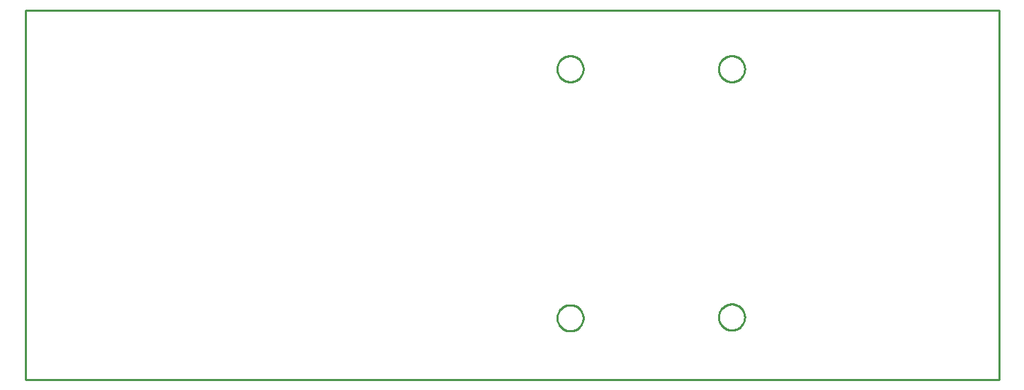
<source format=gbr>
G04 EAGLE Gerber RS-274X export*
G75*
%MOMM*%
%FSLAX34Y34*%
%LPD*%
%IN*%
%IPPOS*%
%AMOC8*
5,1,8,0,0,1.08239X$1,22.5*%
G01*
%ADD10C,0.254000*%


D10*
X0Y0D02*
X1193600Y0D01*
X1193600Y453900D01*
X0Y453900D01*
X0Y0D01*
X684000Y381276D02*
X683932Y380231D01*
X683795Y379192D01*
X683590Y378165D01*
X683319Y377153D01*
X682983Y376161D01*
X682582Y375193D01*
X682118Y374254D01*
X681595Y373346D01*
X681013Y372475D01*
X680375Y371644D01*
X679684Y370857D01*
X678943Y370116D01*
X678156Y369425D01*
X677325Y368788D01*
X676454Y368206D01*
X675546Y367682D01*
X674607Y367218D01*
X673639Y366817D01*
X672647Y366481D01*
X671635Y366210D01*
X670608Y366005D01*
X669569Y365869D01*
X668524Y365800D01*
X667476Y365800D01*
X666431Y365869D01*
X665392Y366005D01*
X664365Y366210D01*
X663353Y366481D01*
X662361Y366817D01*
X661393Y367218D01*
X660454Y367682D01*
X659546Y368206D01*
X658675Y368788D01*
X657844Y369425D01*
X657057Y370116D01*
X656316Y370857D01*
X655625Y371644D01*
X654988Y372475D01*
X654406Y373346D01*
X653882Y374254D01*
X653418Y375193D01*
X653017Y376161D01*
X652681Y377153D01*
X652410Y378165D01*
X652205Y379192D01*
X652069Y380231D01*
X652000Y381276D01*
X652000Y382324D01*
X652069Y383369D01*
X652205Y384408D01*
X652410Y385435D01*
X652681Y386447D01*
X653017Y387439D01*
X653418Y388407D01*
X653882Y389346D01*
X654406Y390254D01*
X654988Y391125D01*
X655625Y391956D01*
X656316Y392743D01*
X657057Y393484D01*
X657844Y394175D01*
X658675Y394813D01*
X659546Y395395D01*
X660454Y395918D01*
X661393Y396382D01*
X662361Y396783D01*
X663353Y397119D01*
X664365Y397390D01*
X665392Y397595D01*
X666431Y397732D01*
X667476Y397800D01*
X668524Y397800D01*
X669569Y397732D01*
X670608Y397595D01*
X671635Y397390D01*
X672647Y397119D01*
X673639Y396783D01*
X674607Y396382D01*
X675546Y395918D01*
X676454Y395395D01*
X677325Y394813D01*
X678156Y394175D01*
X678943Y393484D01*
X679684Y392743D01*
X680375Y391956D01*
X681013Y391125D01*
X681595Y390254D01*
X682118Y389346D01*
X682582Y388407D01*
X682983Y387439D01*
X683319Y386447D01*
X683590Y385435D01*
X683795Y384408D01*
X683932Y383369D01*
X684000Y382324D01*
X684000Y381276D01*
X882000Y381276D02*
X881932Y380231D01*
X881795Y379192D01*
X881590Y378165D01*
X881319Y377153D01*
X880983Y376161D01*
X880582Y375193D01*
X880118Y374254D01*
X879595Y373346D01*
X879013Y372475D01*
X878375Y371644D01*
X877684Y370857D01*
X876943Y370116D01*
X876156Y369425D01*
X875325Y368788D01*
X874454Y368206D01*
X873546Y367682D01*
X872607Y367218D01*
X871639Y366817D01*
X870647Y366481D01*
X869635Y366210D01*
X868608Y366005D01*
X867569Y365869D01*
X866524Y365800D01*
X865476Y365800D01*
X864431Y365869D01*
X863392Y366005D01*
X862365Y366210D01*
X861353Y366481D01*
X860361Y366817D01*
X859393Y367218D01*
X858454Y367682D01*
X857546Y368206D01*
X856675Y368788D01*
X855844Y369425D01*
X855057Y370116D01*
X854316Y370857D01*
X853625Y371644D01*
X852988Y372475D01*
X852406Y373346D01*
X851882Y374254D01*
X851418Y375193D01*
X851017Y376161D01*
X850681Y377153D01*
X850410Y378165D01*
X850205Y379192D01*
X850069Y380231D01*
X850000Y381276D01*
X850000Y382324D01*
X850069Y383369D01*
X850205Y384408D01*
X850410Y385435D01*
X850681Y386447D01*
X851017Y387439D01*
X851418Y388407D01*
X851882Y389346D01*
X852406Y390254D01*
X852988Y391125D01*
X853625Y391956D01*
X854316Y392743D01*
X855057Y393484D01*
X855844Y394175D01*
X856675Y394813D01*
X857546Y395395D01*
X858454Y395918D01*
X859393Y396382D01*
X860361Y396783D01*
X861353Y397119D01*
X862365Y397390D01*
X863392Y397595D01*
X864431Y397732D01*
X865476Y397800D01*
X866524Y397800D01*
X867569Y397732D01*
X868608Y397595D01*
X869635Y397390D01*
X870647Y397119D01*
X871639Y396783D01*
X872607Y396382D01*
X873546Y395918D01*
X874454Y395395D01*
X875325Y394813D01*
X876156Y394175D01*
X876943Y393484D01*
X877684Y392743D01*
X878375Y391956D01*
X879013Y391125D01*
X879595Y390254D01*
X880118Y389346D01*
X880582Y388407D01*
X880983Y387439D01*
X881319Y386447D01*
X881590Y385435D01*
X881795Y384408D01*
X881932Y383369D01*
X882000Y382324D01*
X882000Y381276D01*
X684000Y75276D02*
X683932Y74231D01*
X683795Y73192D01*
X683590Y72165D01*
X683319Y71153D01*
X682983Y70161D01*
X682582Y69193D01*
X682118Y68254D01*
X681595Y67346D01*
X681013Y66475D01*
X680375Y65644D01*
X679684Y64857D01*
X678943Y64116D01*
X678156Y63425D01*
X677325Y62788D01*
X676454Y62206D01*
X675546Y61682D01*
X674607Y61218D01*
X673639Y60817D01*
X672647Y60481D01*
X671635Y60210D01*
X670608Y60005D01*
X669569Y59869D01*
X668524Y59800D01*
X667476Y59800D01*
X666431Y59869D01*
X665392Y60005D01*
X664365Y60210D01*
X663353Y60481D01*
X662361Y60817D01*
X661393Y61218D01*
X660454Y61682D01*
X659546Y62206D01*
X658675Y62788D01*
X657844Y63425D01*
X657057Y64116D01*
X656316Y64857D01*
X655625Y65644D01*
X654988Y66475D01*
X654406Y67346D01*
X653882Y68254D01*
X653418Y69193D01*
X653017Y70161D01*
X652681Y71153D01*
X652410Y72165D01*
X652205Y73192D01*
X652069Y74231D01*
X652000Y75276D01*
X652000Y76324D01*
X652069Y77369D01*
X652205Y78408D01*
X652410Y79435D01*
X652681Y80447D01*
X653017Y81439D01*
X653418Y82407D01*
X653882Y83346D01*
X654406Y84254D01*
X654988Y85125D01*
X655625Y85956D01*
X656316Y86743D01*
X657057Y87484D01*
X657844Y88175D01*
X658675Y88813D01*
X659546Y89395D01*
X660454Y89918D01*
X661393Y90382D01*
X662361Y90783D01*
X663353Y91119D01*
X664365Y91390D01*
X665392Y91595D01*
X666431Y91732D01*
X667476Y91800D01*
X668524Y91800D01*
X669569Y91732D01*
X670608Y91595D01*
X671635Y91390D01*
X672647Y91119D01*
X673639Y90783D01*
X674607Y90382D01*
X675546Y89918D01*
X676454Y89395D01*
X677325Y88813D01*
X678156Y88175D01*
X678943Y87484D01*
X679684Y86743D01*
X680375Y85956D01*
X681013Y85125D01*
X681595Y84254D01*
X682118Y83346D01*
X682582Y82407D01*
X682983Y81439D01*
X683319Y80447D01*
X683590Y79435D01*
X683795Y78408D01*
X683932Y77369D01*
X684000Y76324D01*
X684000Y75276D01*
X882000Y76276D02*
X881932Y75231D01*
X881795Y74192D01*
X881590Y73165D01*
X881319Y72153D01*
X880983Y71161D01*
X880582Y70193D01*
X880118Y69254D01*
X879595Y68346D01*
X879013Y67475D01*
X878375Y66644D01*
X877684Y65857D01*
X876943Y65116D01*
X876156Y64425D01*
X875325Y63788D01*
X874454Y63206D01*
X873546Y62682D01*
X872607Y62218D01*
X871639Y61817D01*
X870647Y61481D01*
X869635Y61210D01*
X868608Y61005D01*
X867569Y60869D01*
X866524Y60800D01*
X865476Y60800D01*
X864431Y60869D01*
X863392Y61005D01*
X862365Y61210D01*
X861353Y61481D01*
X860361Y61817D01*
X859393Y62218D01*
X858454Y62682D01*
X857546Y63206D01*
X856675Y63788D01*
X855844Y64425D01*
X855057Y65116D01*
X854316Y65857D01*
X853625Y66644D01*
X852988Y67475D01*
X852406Y68346D01*
X851882Y69254D01*
X851418Y70193D01*
X851017Y71161D01*
X850681Y72153D01*
X850410Y73165D01*
X850205Y74192D01*
X850069Y75231D01*
X850000Y76276D01*
X850000Y77324D01*
X850069Y78369D01*
X850205Y79408D01*
X850410Y80435D01*
X850681Y81447D01*
X851017Y82439D01*
X851418Y83407D01*
X851882Y84346D01*
X852406Y85254D01*
X852988Y86125D01*
X853625Y86956D01*
X854316Y87743D01*
X855057Y88484D01*
X855844Y89175D01*
X856675Y89813D01*
X857546Y90395D01*
X858454Y90918D01*
X859393Y91382D01*
X860361Y91783D01*
X861353Y92119D01*
X862365Y92390D01*
X863392Y92595D01*
X864431Y92732D01*
X865476Y92800D01*
X866524Y92800D01*
X867569Y92732D01*
X868608Y92595D01*
X869635Y92390D01*
X870647Y92119D01*
X871639Y91783D01*
X872607Y91382D01*
X873546Y90918D01*
X874454Y90395D01*
X875325Y89813D01*
X876156Y89175D01*
X876943Y88484D01*
X877684Y87743D01*
X878375Y86956D01*
X879013Y86125D01*
X879595Y85254D01*
X880118Y84346D01*
X880582Y83407D01*
X880983Y82439D01*
X881319Y81447D01*
X881590Y80435D01*
X881795Y79408D01*
X881932Y78369D01*
X882000Y77324D01*
X882000Y76276D01*
M02*

</source>
